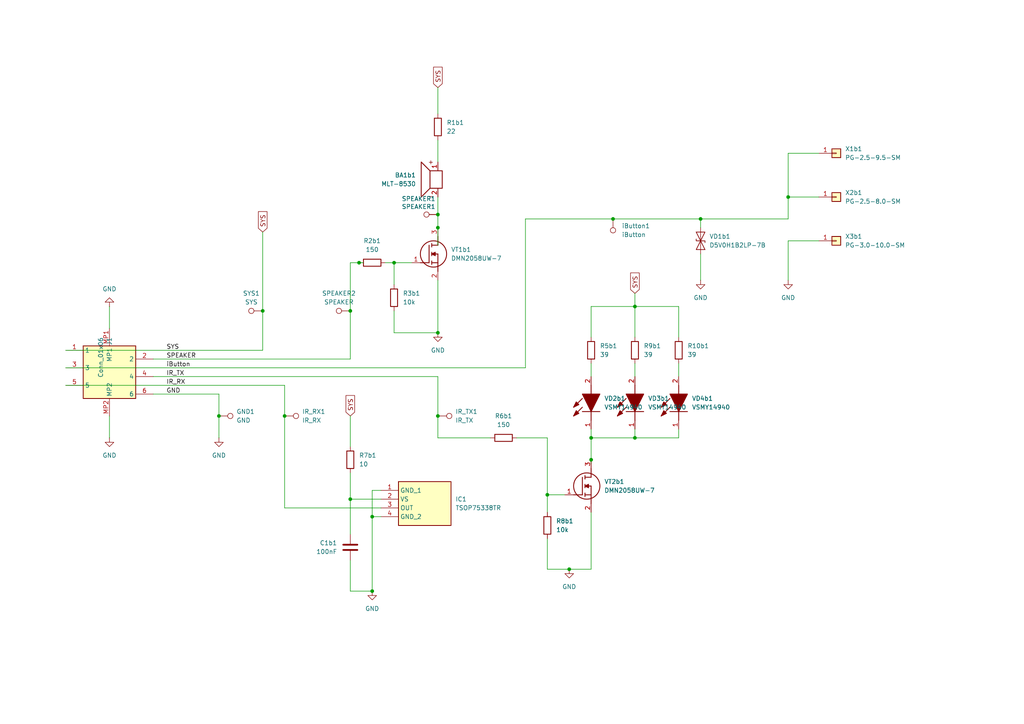
<source format=kicad_sch>
(kicad_sch (version 20231120) (generator "eeschema") (generator_version "8.0")
  (paper "A4")
  (lib_symbols
    (symbol "Connector:TestPoint" (pin_numbers hide) (pin_names (offset 0.762) hide)
      (property "Reference" "TP" (at 0 6.858 0))
      (property "Value" "TestPoint" (at 0 5.08 0))
      (symbol "TestPoint_0_1"
        (circle (center 0 3.302) (radius 0.762))
      )
      (symbol "TestPoint_1_1"
        (pin passive line (at 0 0 90) (length 2.54) (name "1") (number "1"))
      )
    )
    (symbol "Connector_Generic:Conn_01x01" (pin_names (offset 1.016) hide)
      (property "Reference" "J" (at 0 2.54 0))
      (property "Value" "Conn_01x01" (at 0 -2.54 0))
      (symbol "Conn_01x01_1_1"
        (rectangle (start -1.27 0.127) (end 0 -0.127) (stroke (width 0.1524)))
        (rectangle (start -1.27 1.27) (end 1.27 -1.27) (stroke (width 0.254)) (fill (type background)))
        (pin passive line (at -5.08 0 0) (length 3.81) (name "Pin_1") (number "1"))
      )
    )
    (symbol "Device:C" (pin_numbers hide) (pin_names (offset 0.254))
      (property "Reference" "C" (at 0.635 2.54 0))
      (property "Value" "C" (at 0.635 -2.54 0))
      (symbol "C_0_1"
        (polyline (pts (xy -2.032 -0.762) (xy 2.032 -0.762)) (stroke (width 0.508)))
        (polyline (pts (xy -2.032 0.762) (xy 2.032 0.762)) (stroke (width 0.508)))
      )
      (symbol "C_1_1"
        (pin passive line (at 0 3.81 270) (length 2.794) (name "~") (number "1"))
        (pin passive line (at 0 -3.81 90) (length 2.794) (name "~") (number "2"))
      )
    )
    (symbol "Device:R" (pin_numbers hide) (pin_names (offset 0))
      (property "Reference" "R" (at 2.032 0 90))
      (property "Value" "R" (at 0 0 90))
      (symbol "R_0_1"
        (rectangle (start -1.016 -2.54) (end 1.016 2.54) (stroke (width 0.254)))
      )
      (symbol "R_1_1"
        (pin passive line (at 0 3.81 270) (length 1.27) (name "~") (number "1"))
        (pin passive line (at 0 -3.81 90) (length 1.27) (name "~") (number "2"))
      )
    )
    (symbol "Device:Speaker" (pin_names (offset 0) hide)
      (property "Reference" "BA1b1" (at 5.08 0.0001 0))
      (property "Value" "MLT-8530" (at 5.08 -2.5399 0))
      (symbol "Speaker_0_0"
        (rectangle (start -2.54 1.27) (end 1.016 -3.81) (stroke (width 0.254)))
        (polyline (pts (xy 1.016 1.27) (xy 3.556 3.81) (xy 3.556 -6.35) (xy 1.016 -3.81)) (stroke (width 0.254)))
      )
      (symbol "Speaker_1_1"
        (text "+" (at 0.762 3.81 0) (effects (font (size 1.27 1.27))))
        (text "-" (at 0.762 -6.096 0) (effects (font (size 1.27 1.27))))
        (pin input line (at -1.27 3.81 270) (length 2.54) (name "+") (number "1"))
        (pin input line (at -1.27 -6.35 90) (length 2.54) (name "-") (number "2"))
      )
    )
    (symbol "Diode:SD05_SOD323" (pin_numbers hide) (pin_names (offset 1.016) hide)
      (property "Reference" "D" (at 0 2.54 0))
      (property "Value" "SD05_SOD323" (at 0 -2.54 0))
      (symbol "SD05_SOD323_0_1"
        (polyline (pts (xy 1.27 0) (xy -1.27 0)))
        (polyline (pts (xy -2.54 -1.27) (xy 0 0) (xy -2.54 1.27) (xy -2.54 -1.27)) (stroke (width 0.2032)))
        (polyline (pts (xy 0.508 1.27) (xy 0 1.27) (xy 0 -1.27) (xy -0.508 -1.27)) (stroke (width 0.2032)))
        (polyline (pts (xy 2.54 1.27) (xy 2.54 -1.27) (xy 0 0) (xy 2.54 1.27)) (stroke (width 0.2032)))
      )
      (symbol "SD05_SOD323_1_1"
        (pin passive line (at -3.81 0 0) (length 2.54) (name "A1") (number "1"))
        (pin passive line (at 3.81 0 180) (length 2.54) (name "A2") (number "2"))
      )
    )
    (symbol "SamacSys_Parts:AFC11-S06ICC-00"
      (property "Reference" "J1" (at 2.54 0.0001 0))
      (property "Value" "Conn_01x06" (at 2.54 -2.5399 0))
      (symbol "AFC11-S06ICC-00_1_1"
        (rectangle (start 5.08 7.62) (end 20.32 -7.62) (stroke (width 0.254)) (fill (type background)))
        (pin passive line (at 6.35 -12.7 90) (length 5.08) (name "1") (number "1"))
        (pin passive line (at 8.89 12.7 270) (length 5.08) (name "2") (number "2"))
        (pin passive line (at 11.43 -12.7 90) (length 5.08) (name "3") (number "3"))
        (pin passive line (at 13.97 12.7 270) (length 5.08) (name "4") (number "4"))
        (pin passive line (at 16.51 -12.7 90) (length 5.08) (name "5") (number "5"))
        (pin passive line (at 19.05 12.7 270) (length 5.08) (name "6") (number "6"))
        (pin passive line (at 0 0 0) (length 5.08) (name "MP1") (number "MP1"))
        (pin passive line (at 25.4 0 180) (length 5.08) (name "MP2") (number "MP2"))
      )
    )
    (symbol "SamacSys_Parts:AO3400A" (pin_names hide)
      (property "Reference" "Q" (at 11.43 3.81 0))
      (property "Value" "AO3400A" (at 11.43 1.27 0))
      (symbol "AO3400A_1_1"
        (polyline (pts (xy 2.54 0) (xy 5.08 0)) (stroke (width 0.254)))
        (polyline (pts (xy 5.08 5.08) (xy 5.08 0)) (stroke (width 0.254)))
        (polyline (pts (xy 5.842 -0.508) (xy 5.842 0.508)) (stroke (width 0.254)))
        (polyline (pts (xy 5.842 0) (xy 7.62 0)) (stroke (width 0.254)))
        (polyline (pts (xy 5.842 2.032) (xy 5.842 3.048)) (stroke (width 0.254)))
        (polyline (pts (xy 5.842 5.588) (xy 5.842 4.572)) (stroke (width 0.254)))
        (polyline (pts (xy 7.62 2.54) (xy 5.842 2.54)) (stroke (width 0.254)))
        (polyline (pts (xy 7.62 2.54) (xy 7.62 -2.54)) (stroke (width 0.254)))
        (polyline (pts (xy 7.62 5.08) (xy 5.842 5.08)) (stroke (width 0.254)))
        (polyline (pts (xy 7.62 5.08) (xy 7.62 7.62)) (stroke (width 0.254)))
        (polyline (pts (xy 5.842 2.54) (xy 6.858 3.048) (xy 6.858 2.032) (xy 5.842 2.54)) (stroke (width 0.254)) (fill (type outline)))
        (circle (center 6.35 2.54) (radius 3.81) (stroke (width 0.254)))
        (pin passive line (at 0 0 0) (length 2.54) (name "G") (number "1"))
        (pin passive line (at 7.62 -5.08 90) (length 2.54) (name "S") (number "2"))
        (pin passive line (at 7.62 10.16 270) (length 2.54) (name "D") (number "3"))
      )
    )
    (symbol "SamacSys_Parts:TSOP75338TR"
      (property "Reference" "IC" (at 21.59 7.62 0))
      (property "Value" "TSOP75338TR" (at 21.59 5.08 0))
      (symbol "TSOP75338TR_1_1"
        (rectangle (start 5.08 2.54) (end 20.32 -10.16) (stroke (width 0.254)) (fill (type background)))
        (pin passive line (at 0 0 0) (length 5.08) (name "GND_1") (number "1"))
        (pin passive line (at 0 -2.54 0) (length 5.08) (name "VS") (number "2"))
        (pin passive line (at 0 -5.08 0) (length 5.08) (name "OUT") (number "3"))
        (pin passive line (at 0 -7.62 0) (length 5.08) (name "GND_2") (number "4"))
      )
    )
    (symbol "SamacSys_Parts:VSMY14940" (pin_names hide)
      (property "Reference" "LED" (at 12.7 8.89 0))
      (property "Value" "VSMY14940" (at 12.7 6.35 0))
      (symbol "VSMY14940_1_1"
        (polyline (pts (xy 2.54 0) (xy 5.08 0)) (stroke (width 0.254)))
        (polyline (pts (xy 5.08 2.54) (xy 5.08 -2.54)) (stroke (width 0.254)))
        (polyline (pts (xy 6.35 2.54) (xy 3.81 5.08)) (stroke (width 0.254)))
        (polyline (pts (xy 8.89 2.54) (xy 6.35 5.08)) (stroke (width 0.254)))
        (polyline (pts (xy 10.16 0) (xy 12.7 0)) (stroke (width 0.254)))
        (polyline (pts (xy 5.08 0) (xy 10.16 2.54) (xy 10.16 -2.54) (xy 5.08 0)) (stroke (width 0.254)) (fill (type outline)))
        (polyline (pts (xy 5.334 4.318) (xy 4.572 3.556) (xy 3.81 5.08) (xy 5.334 4.318)) (stroke (width 0.254)) (fill (type outline)))
        (polyline (pts (xy 7.874 4.318) (xy 7.112 3.556) (xy 6.35 5.08) (xy 7.874 4.318)) (stroke (width 0.254)) (fill (type outline)))
        (pin passive line (at 0 0 0) (length 2.54) (name "K") (number "1"))
        (pin passive line (at 15.24 0 180) (length 2.54) (name "A") (number "2"))
      )
    )
    (symbol "power:GND" (power) (pin_numbers hide) (pin_names (offset 0) hide)
      (property "Value" "GND" (at 0 -3.81 0))
      (symbol "GND_0_1"
        (polyline (pts (xy 0 0) (xy 0 -1.27) (xy 1.27 -1.27) (xy 0 -2.54) (xy -1.27 -1.27) (xy 0 -1.27)))
      )
      (symbol "GND_1_1"
        (pin power_in line (at 0 0 270) (length 0) (name "~") (number "1"))
      )
    )
  )
  (junction (at 165.1 165.1))
  (junction (at 107.95 149.86))
  (junction (at 63.5 120.65))
  (junction (at 184.15 127))
  (junction (at 171.45 127))
  (junction (at 184.15 88.9))
  (junction (at 177.8 63.5))
  (junction (at 101.6 90.17))
  (junction (at 203.2 63.5))
  (junction (at 228.6 57.15))
  (junction (at 107.95 171.45))
  (junction (at 104.14 76.2))
  (junction (at 158.75 143.51))
  (junction (at 114.3 76.2))
  (junction (at 127 62.23))
  (junction (at 127 96.52))
  (junction (at 76.2 90.17))
  (junction (at 127 66.04))
  (junction (at 127 120.65))
  (junction (at 101.6 144.78))
  (junction (at 171.45 133.35))
  (junction (at 82.55 120.65))
  (wire (pts (xy 127 62.23) (xy 127 66.04)))
  (wire (pts (xy 152.4 63.5) (xy 177.8 63.5)))
  (wire (pts (xy 19.05 106.68) (xy 152.4 106.68)))
  (wire (pts (xy 44.45 104.14) (xy 101.6 104.14)))
  (wire (pts (xy 228.6 44.45) (xy 228.6 57.15)))
  (wire (pts (xy 82.55 111.76) (xy 82.55 120.65)))
  (wire (pts (xy 107.95 142.24) (xy 107.95 149.86)))
  (wire (pts (xy 101.6 162.56) (xy 101.6 171.45)))
  (wire (pts (xy 127 57.15) (xy 127 62.23)))
  (wire (pts (xy 110.49 144.78) (xy 101.6 144.78)))
  (wire (pts (xy 76.2 67.31) (xy 76.2 90.17)))
  (wire (pts (xy 107.95 149.86) (xy 110.49 149.86)))
  (wire (pts (xy 196.85 127) (xy 184.15 127)))
  (wire (pts (xy 171.45 97.79) (xy 171.45 88.9)))
  (wire (pts (xy 63.5 120.65) (xy 63.5 114.3)))
  (wire (pts (xy 127 46.99) (xy 127 40.64)))
  (wire (pts (xy 228.6 57.15) (xy 237.49 57.15)))
  (wire (pts (xy 101.6 137.16) (xy 101.6 144.78)))
  (wire (pts (xy 196.85 105.41) (xy 196.85 109.22)))
  (wire (pts (xy 105.41 76.2) (xy 104.14 76.2)))
  (wire (pts (xy 158.75 143.51) (xy 163.83 143.51)))
  (wire (pts (xy 196.85 88.9) (xy 184.15 88.9)))
  (wire (pts (xy 114.3 96.52) (xy 127 96.52)))
  (wire (pts (xy 171.45 148.59) (xy 171.45 165.1)))
  (wire (pts (xy 127 81.28) (xy 127 96.52)))
  (wire (pts (xy 184.15 88.9) (xy 184.15 97.79)))
  (wire (pts (xy 158.75 143.51) (xy 158.75 148.59)))
  (wire (pts (xy 101.6 104.14) (xy 101.6 90.17)))
  (wire (pts (xy 237.49 69.85) (xy 228.6 69.85)))
  (wire (pts (xy 101.6 171.45) (xy 107.95 171.45)))
  (wire (pts (xy 114.3 76.2) (xy 114.3 82.55)))
  (wire (pts (xy 31.75 120.65) (xy 31.75 127)))
  (wire (pts (xy 44.45 109.22) (xy 127 109.22)))
  (wire (pts (xy 31.75 88.9) (xy 31.75 95.25)))
  (wire (pts (xy 171.45 127) (xy 184.15 127)))
  (wire (pts (xy 171.45 127) (xy 171.45 133.35)))
  (wire (pts (xy 184.15 85.09) (xy 184.15 88.9)))
  (wire (pts (xy 196.85 124.46) (xy 196.85 127)))
  (wire (pts (xy 177.8 63.5) (xy 203.2 63.5)))
  (wire (pts (xy 114.3 96.52) (xy 114.3 90.17)))
  (wire (pts (xy 203.2 63.5) (xy 203.2 66.04)))
  (wire (pts (xy 107.95 149.86) (xy 107.95 171.45)))
  (wire (pts (xy 110.49 142.24) (xy 107.95 142.24)))
  (wire (pts (xy 127 109.22) (xy 127 120.65)))
  (wire (pts (xy 82.55 120.65) (xy 82.55 147.32)))
  (wire (pts (xy 114.3 76.2) (xy 119.38 76.2)))
  (wire (pts (xy 63.5 127) (xy 63.5 120.65)))
  (wire (pts (xy 184.15 105.41) (xy 184.15 109.22)))
  (wire (pts (xy 171.45 124.46) (xy 171.45 127)))
  (wire (pts (xy 127 25.4) (xy 127 33.02)))
  (wire (pts (xy 184.15 124.46) (xy 184.15 127)))
  (wire (pts (xy 171.45 165.1) (xy 165.1 165.1)))
  (wire (pts (xy 44.45 114.3) (xy 63.5 114.3)))
  (wire (pts (xy 152.4 106.68) (xy 152.4 63.5)))
  (wire (pts (xy 171.45 133.35) (xy 171.45 134.62)))
  (wire (pts (xy 101.6 120.65) (xy 101.6 129.54)))
  (wire (pts (xy 101.6 76.2) (xy 104.14 76.2)))
  (wire (pts (xy 19.05 101.6) (xy 76.2 101.6)))
  (wire (pts (xy 111.76 76.2) (xy 114.3 76.2)))
  (wire (pts (xy 127 66.04) (xy 127 71.12)))
  (wire (pts (xy 76.2 101.6) (xy 76.2 90.17)))
  (wire (pts (xy 127 127) (xy 142.24 127)))
  (wire (pts (xy 19.05 111.76) (xy 82.55 111.76)))
  (wire (pts (xy 127 120.65) (xy 127 127)))
  (wire (pts (xy 158.75 127) (xy 149.86 127)))
  (wire (pts (xy 158.75 156.21) (xy 158.75 165.1)))
  (wire (pts (xy 158.75 127) (xy 158.75 143.51)))
  (wire (pts (xy 101.6 90.17) (xy 101.6 76.2)))
  (wire (pts (xy 228.6 44.45) (xy 237.49 44.45)))
  (wire (pts (xy 171.45 88.9) (xy 184.15 88.9)))
  (wire (pts (xy 158.75 165.1) (xy 165.1 165.1)))
  (wire (pts (xy 228.6 69.85) (xy 228.6 81.28)))
  (wire (pts (xy 228.6 63.5) (xy 228.6 57.15)))
  (wire (pts (xy 101.6 144.78) (xy 101.6 154.94)))
  (wire (pts (xy 171.45 105.41) (xy 171.45 109.22)))
  (wire (pts (xy 196.85 97.79) (xy 196.85 88.9)))
  (wire (pts (xy 203.2 73.66) (xy 203.2 81.28)))
  (wire (pts (xy 82.55 147.32) (xy 110.49 147.32)))
  (wire (pts (xy 203.2 63.5) (xy 228.6 63.5)))
  (label "IR_TX" (at 48.26 109.22 0))
  (label "SPEAKER" (at 48.26 104.14 0))
  (label "IR_RX" (at 48.26 111.76 0))
  (label "GND" (at 48.26 114.3 0))
  (label "SYS" (at 48.26 101.6 0))
  (label "iButton" (at 48.26 106.68 0))
  (global_label "SYS" (shape input) (at 101.6 120.65 90) (property "Intersheetrefs" "${INTERSHEET_REFS}" (effects (hide yes))))
  (global_label "SYS" (shape input) (at 184.15 85.09 90) (property "Intersheetrefs" "${INTERSHEET_REFS}" (effects (hide yes))))
  (global_label "SYS" (shape input) (at 127 25.4 90) (property "Intersheetrefs" "${INTERSHEET_REFS}" (effects (hide yes))))
  (global_label "SYS" (shape input) (at 76.2 67.31 90) (property "Intersheetrefs" "${INTERSHEET_REFS}" (effects (hide yes))))
  (symbol (lib_id "power:GND") (at 31.75 88.9 180) (unit 1)
    (property "Reference" "#PWR08" (effects (hide yes)))
    (property "Value" "GND" (at 31.75 83.82 0))
    (property "Description" "Power symbol creates a global label with name \"GND\" , ground" (effects (hide yes)))
  )
  (symbol (lib_id "power:GND") (at 63.5 127 0) (unit 1)
    (property "Reference" "#PWR04" (effects (hide yes)))
    (property "Value" "GND" (at 63.5 132.08 0))
    (property "Description" "Power symbol creates a global label with name \"GND\" , ground" (effects (hide yes)))
  )
  (symbol (lib_id "SamacSys_Parts:VSMY14940") (at 196.85 124.46 90) (unit 1)
    (property "Reference" "VD4b1" (at 200.66 115.5699 90) (effects (justify right)))
    (property "Value" "VSMY14940" (at 200.66 118.1099 90) (effects (justify right)))
    (property "Footprint" "SamacSys_Parts:LEDC3012X261N" (effects (hide yes)))
    (property "Datasheet" "https://datasheet.datasheetarchive.com/originals/distributors/Datasheets-DGA2/206314.pdf" (effects (hide yes)))
    (property "Description" "IR LED 940nm 90mW/sr 9deg Side-View SMD" (effects (hide yes)))
    (property "Height" "2.61" (effects (hide yes)))
    (property "Manufacturer_Name" "Vishay" (effects (hide yes)))
    (property "Manufacturer_Part_Number" "VSMY14940" (effects (hide yes)))
    (property "Mouser Part Number" "782-VSMY14940" (effects (hide yes)))
    (property "Mouser Price/Stock" "https://www.mouser.co.uk/ProductDetail/Vishay-Semiconductors/VSMY14940?qs=9WVFMhxtvWBVEeVQIIO50g%3D%3D" (effects (hide yes)))
    (property "Arrow Part Number" "VSMY14940" (effects (hide yes)))
    (property "Arrow Price/Stock" "https://www.arrow.com/en/products/vsmy14940/vishay?region=nac" (effects (hide yes)))
  )
  (symbol (lib_id "SamacSys_Parts:TSOP75338TR") (at 110.49 142.24 0) (unit 1)
    (property "Reference" "IC1" (at 132.08 144.7799 0) (effects (justify left)))
    (property "Value" "TSOP75338TR" (at 132.08 147.3199 0) (effects (justify left)))
    (property "Footprint" "SamacSys_Parts:TSOP75338TR" (effects (hide yes)))
    (property "Datasheet" "http://www.vishay.com/docs/82495/tsop753.pdf" (effects (hide yes)))
    (property "Description" "Vishay TSOP75338TR, 38kHz IR Receiver, 950nm +/-50 , 45m Range, 2.5V - 5V, SMT, 6.8 x 3 x 3.2mm" (effects (hide yes)))
    (property "Height" "3.35" (effects (hide yes)))
    (property "Manufacturer_Name" "Vishay" (effects (hide yes)))
    (property "Manufacturer_Part_Number" "TSOP75338TR" (effects (hide yes)))
    (property "Mouser Part Number" "78-TSOP75338TR" (effects (hide yes)))
    (property "Mouser Price/Stock" "https://www.mouser.co.uk/ProductDetail/Vishay-Semiconductors/TSOP75338TR?qs=OZzrG8p9eNh0IrZXKXgo8Q%3D%3D" (effects (hide yes)))
    (property "Arrow Part Number" "TSOP75338TR" (effects (hide yes)))
    (property "Arrow Price/Stock" "https://www.arrow.com/en/products/tsop75338tr/vishay?utm_currency=USD&region=nac" (effects (hide yes)))
  )
  (symbol (lib_id "Device:R") (at 196.85 101.6 0) (unit 1)
    (property "Reference" "R10b1" (at 199.39 100.3299 0) (effects (justify left)))
    (property "Value" "39" (at 199.39 102.8699 0) (effects (justify left)))
    (property "Footprint" "Resistor_SMD:R_0402_1005Metric" (effects (hide yes)))
    (property "Description" "Resistor" (effects (hide yes)))
  )
  (symbol (lib_id "Connector_Generic:Conn_01x01") (at 242.57 57.15 0) (unit 1)
    (property "Reference" "X2b1" (at 245.11 55.8799 0) (effects (justify left)))
    (property "Value" "PG-2.5-8.0-SM" (at 245.11 58.4199 0) (effects (justify left)))
    (property "Footprint" "TestPoint:TestPoint_Pad_D2.0mm" (effects (hide yes)))
    (property "Description" "Generic connector, single row, 01x01, script generated (kicad-library-utils/schlib/autogen/connector/)" (effects (hide yes)))
  )
  (symbol (lib_id "SamacSys_Parts:VSMY14940") (at 171.45 124.46 90) (unit 1)
    (property "Reference" "VD2b1" (at 175.26 115.5699 90) (effects (justify right)))
    (property "Value" "VSMY14940" (at 175.26 118.1099 90) (effects (justify right)))
    (property "Footprint" "SamacSys_Parts:LEDC3012X261N" (effects (hide yes)))
    (property "Datasheet" "https://datasheet.datasheetarchive.com/originals/distributors/Datasheets-DGA2/206314.pdf" (effects (hide yes)))
    (property "Description" "IR LED 940nm 90mW/sr 9deg Side-View SMD" (effects (hide yes)))
    (property "Height" "2.61" (effects (hide yes)))
    (property "Manufacturer_Name" "Vishay" (effects (hide yes)))
    (property "Manufacturer_Part_Number" "VSMY14940" (effects (hide yes)))
    (property "Mouser Part Number" "782-VSMY14940" (effects (hide yes)))
    (property "Mouser Price/Stock" "https://www.mouser.co.uk/ProductDetail/Vishay-Semiconductors/VSMY14940?qs=9WVFMhxtvWBVEeVQIIO50g%3D%3D" (effects (hide yes)))
    (property "Arrow Part Number" "VSMY14940" (effects (hide yes)))
    (property "Arrow Price/Stock" "https://www.arrow.com/en/products/vsmy14940/vishay?region=nac" (effects (hide yes)))
  )
  (symbol (lib_id "Connector:TestPoint") (at 63.5 120.65 270) (unit 1) (in_bom no)
    (property "Reference" "GND1" (at 68.58 119.3799 90) (effects (justify left)))
    (property "Value" "GND" (at 68.58 121.9199 90) (effects (justify left)))
    (property "Footprint" "TestPoint:TestPoint_Pad_D1.0mm" (effects (hide yes)))
    (property "Description" "test point" (effects (hide yes)))
  )
  (symbol (lib_id "Connector:TestPoint") (at 177.8 63.5 180) (unit 1) (in_bom no)
    (property "Reference" "iButton1" (at 180.34 65.5319 0) (effects (justify right)))
    (property "Value" "iButton" (at 180.34 68.0719 0) (effects (justify right)))
    (property "Footprint" "TestPoint:TestPoint_Pad_D1.0mm" (effects (hide yes)))
    (property "Description" "test point" (effects (hide yes)))
  )
  (symbol (lib_id "Connector:TestPoint") (at 127 62.23 90) (unit 1) (in_bom no)
    (property "Reference" "SPEAKER1" (at 121.412 57.658 90))
    (property "Value" "SPEAKER1" (at 121.412 59.944 90))
    (property "Footprint" "TestPoint:TestPoint_Pad_D1.0mm" (effects (hide yes)))
    (property "Description" "test point" (effects (hide yes)))
  )
  (symbol (lib_id "Device:R") (at 171.45 101.6 0) (unit 1)
    (property "Reference" "R5b1" (at 173.99 100.3299 0) (effects (justify left)))
    (property "Value" "39" (at 173.99 102.8699 0) (effects (justify left)))
    (property "Footprint" "Resistor_SMD:R_0402_1005Metric" (effects (hide yes)))
    (property "Description" "Resistor" (effects (hide yes)))
  )
  (symbol (lib_id "Connector_Generic:Conn_01x01") (at 242.57 44.45 0) (unit 1)
    (property "Reference" "X1b1" (at 245.11 43.1799 0) (effects (justify left)))
    (property "Value" "PG-2.5-9.5-SM" (at 245.11 45.7199 0) (effects (justify left)))
    (property "Footprint" "TestPoint:TestPoint_Pad_D2.0mm" (effects (hide yes)))
    (property "Description" "Generic connector, single row, 01x01, script generated (kicad-library-utils/schlib/autogen/connector/)" (effects (hide yes)))
  )
  (symbol (lib_id "Diode:SD05_SOD323") (at 203.2 69.85 90) (unit 1)
    (property "Reference" "VD1b1" (at 205.74 68.5799 90) (effects (justify right)))
    (property "Value" "D5V0H1B2LP-7B" (at 205.74 71.1199 90) (effects (justify right)))
    (property "Footprint" "Library:D5V0H1B2LP7B" (effects (hide yes)))
    (property "Datasheet" "https://www.littelfuse.com/~/media/electronics/datasheets/tvs_diode_arrays/littelfuse_tvs_diode_array_sd_c_datasheet.pdf.pdf" (effects (hide yes)))
    (property "Description" "5V, 450W Discrete Bidirectional TVS Diode, SOD-323" (effects (hide yes)))
  )
  (symbol (lib_id "Connector:TestPoint") (at 101.6 90.17 90) (unit 1) (in_bom no)
    (property "Reference" "SPEAKER2" (at 98.298 85.09 90))
    (property "Value" "SPEAKER" (at 98.298 87.63 90))
    (property "Footprint" "TestPoint:TestPoint_Pad_D1.0mm" (effects (hide yes)))
    (property "Description" "test point" (effects (hide yes)))
  )
  (symbol (lib_id "SamacSys_Parts:AO3400A") (at 119.38 76.2 0) (unit 1)
    (property "Reference" "VT1b1" (at 130.81 72.3899 0) (effects (justify left)))
    (property "Value" "DMN2058UW-7" (at 130.81 74.9299 0) (effects (justify left)))
    (property "Footprint" "Library:SOT65P210X110-3N" (effects (hide yes)))
    (property "Datasheet" "http://aosmd.com/res/data_sheets/AO3400A.pdf" (effects (hide yes)))
    (property "Description" "30V N-Channel MOSFET" (effects (hide yes)))
    (property "Height" "1.25" (effects (hide yes)))
    (property "Manufacturer_Name" "Alpha & Omega Semiconductors" (effects (hide yes)))
    (property "Manufacturer_Part_Number" "AO3400A" (effects (hide yes)))
  )
  (symbol (lib_id "power:GND") (at 203.2 81.28 0) (unit 1)
    (property "Reference" "#PWR02" (effects (hide yes)))
    (property "Value" "GND" (at 203.2 86.36 0))
    (property "Description" "Power symbol creates a global label with name \"GND\" , ground" (effects (hide yes)))
  )
  (symbol (lib_id "SamacSys_Parts:VSMY14940") (at 184.15 124.46 90) (unit 1)
    (property "Reference" "VD3b1" (at 187.96 115.5699 90) (effects (justify right)))
    (property "Value" "VSMY14940" (at 187.96 118.1099 90) (effects (justify right)))
    (property "Footprint" "SamacSys_Parts:LEDC3012X261N" (effects (hide yes)))
    (property "Datasheet" "https://datasheet.datasheetarchive.com/originals/distributors/Datasheets-DGA2/206314.pdf" (effects (hide yes)))
    (property "Description" "IR LED 940nm 90mW/sr 9deg Side-View SMD" (effects (hide yes)))
    (property "Height" "2.61" (effects (hide yes)))
    (property "Manufacturer_Name" "Vishay" (effects (hide yes)))
    (property "Manufacturer_Part_Number" "VSMY14940" (effects (hide yes)))
    (property "Mouser Part Number" "782-VSMY14940" (effects (hide yes)))
    (property "Mouser Price/Stock" "https://www.mouser.co.uk/ProductDetail/Vishay-Semiconductors/VSMY14940?qs=9WVFMhxtvWBVEeVQIIO50g%3D%3D" (effects (hide yes)))
    (property "Arrow Part Number" "VSMY14940" (effects (hide yes)))
    (property "Arrow Price/Stock" "https://www.arrow.com/en/products/vsmy14940/vishay?region=nac" (effects (hide yes)))
  )
  (symbol (lib_id "SamacSys_Parts:AO3400A") (at 163.83 143.51 0) (unit 1)
    (property "Reference" "VT2b1" (at 175.26 139.6999 0) (effects (justify left)))
    (property "Value" "DMN2058UW-7" (at 175.26 142.2399 0) (effects (justify left)))
    (property "Footprint" "Library:SOT65P210X110-3N" (effects (hide yes)))
    (property "Datasheet" "http://aosmd.com/res/data_sheets/AO3400A.pdf" (effects (hide yes)))
    (property "Description" "30V N-Channel MOSFET" (effects (hide yes)))
    (property "Height" "1.25" (effects (hide yes)))
    (property "Manufacturer_Name" "Alpha & Omega Semiconductors" (effects (hide yes)))
    (property "Manufacturer_Part_Number" "AO3400A" (effects (hide yes)))
  )
  (symbol (lib_id "power:GND") (at 107.95 171.45 0) (unit 1)
    (property "Reference" "#PWR05" (effects (hide yes)))
    (property "Value" "GND" (at 107.95 176.53 0))
    (property "Description" "Power symbol creates a global label with name \"GND\" , ground" (effects (hide yes)))
  )
  (symbol (lib_id "power:GND") (at 127 96.52 0) (unit 1)
    (property "Reference" "#PWR01" (effects (hide yes)))
    (property "Value" "GND" (at 127 101.6 0))
    (property "Description" "Power symbol creates a global label with name \"GND\" , ground" (effects (hide yes)))
  )
  (symbol (lib_id "Device:R") (at 158.75 152.4 0) (unit 1)
    (property "Reference" "R8b1" (at 161.29 151.1299 0) (effects (justify left)))
    (property "Value" "10k" (at 161.29 153.6699 0) (effects (justify left)))
    (property "Footprint" "Resistor_SMD:R_0402_1005Metric" (effects (hide yes)))
    (property "Description" "Resistor" (effects (hide yes)))
  )
  (symbol (lib_id "Device:R") (at 114.3 86.36 0) (unit 1)
    (property "Reference" "R3b1" (at 116.84 85.0899 0) (effects (justify left)))
    (property "Value" "10k" (at 116.84 87.6299 0) (effects (justify left)))
    (property "Footprint" "Resistor_SMD:R_0402_1005Metric" (effects (hide yes)))
    (property "Description" "Resistor" (effects (hide yes)))
  )
  (symbol (lib_id "SamacSys_Parts:AFC11-S06ICC-00") (at 31.75 95.25 270) (unit 1)
    (property "Reference" "J1" (at 31.7501 97.79 0) (effects (justify left)))
    (property "Value" "Conn_01x06" (at 29.2101 97.79 0) (effects (justify left)))
    (property "Footprint" "SamacSys_Parts:AFC11S06ICC00" (effects (hide yes)))
    (property "Datasheet" "https://datasheet.lcsc.com/szlcsc/1808101733_JUSHUO-AFC11-S06ICC-00_C262300.pdf" (effects (hide yes)))
    (property "Description" "0.5Pitch H=4.4&4.95 FPC ZIF S/A Normal Type3 SMT CONN." (effects (hide yes)))
    (property "Height" "5.65" (effects (hide yes)))
    (property "Manufacturer_Name" "JUSHUO" (effects (hide yes)))
    (property "Manufacturer_Part_Number" "AFC11-S06ICC-00" (effects (hide yes)))
  )
  (symbol (lib_id "Connector_Generic:Conn_01x01") (at 242.57 69.85 0) (unit 1)
    (property "Reference" "X3b1" (at 245.11 68.5799 0) (effects (justify left)))
    (property "Value" "PG-3.0-10.0-SM" (at 245.11 71.1199 0) (effects (justify left)))
    (property "Footprint" "TestPoint:TestPoint_Pad_D2.0mm" (effects (hide yes)))
    (property "Description" "Generic connector, single row, 01x01, script generated (kicad-library-utils/schlib/autogen/connector/)" (effects (hide yes)))
  )
  (symbol (lib_id "Device:R") (at 184.15 101.6 0) (unit 1)
    (property "Reference" "R9b1" (at 186.69 100.3299 0) (effects (justify left)))
    (property "Value" "39" (at 186.69 102.8699 0) (effects (justify left)))
    (property "Footprint" "Resistor_SMD:R_0402_1005Metric" (effects (hide yes)))
    (property "Description" "Resistor" (effects (hide yes)))
  )
  (symbol (lib_id "Device:R") (at 127 36.83 0) (unit 1)
    (property "Reference" "R1b1" (at 129.54 35.5599 0) (effects (justify left)))
    (property "Value" "22" (at 129.54 38.0999 0) (effects (justify left)))
    (property "Footprint" "Resistor_SMD:R_0402_1005Metric" (effects (hide yes)))
    (property "Description" "Resistor" (effects (hide yes)))
  )
  (symbol (lib_id "Connector:TestPoint") (at 82.55 120.65 270) (unit 1) (in_bom no)
    (property "Reference" "IR_RX1" (at 87.63 119.3799 90) (effects (justify left)))
    (property "Value" "IR_RX" (at 87.63 121.9199 90) (effects (justify left)))
    (property "Footprint" "TestPoint:TestPoint_Pad_D1.0mm" (effects (hide yes)))
    (property "Description" "test point" (effects (hide yes)))
  )
  (symbol (lib_id "Device:R") (at 107.95 76.2 270) (unit 1)
    (property "Reference" "R2b1" (at 107.95 69.85 90))
    (property "Value" "150" (at 107.95 72.39 90))
    (property "Footprint" "Resistor_SMD:R_0402_1005Metric" (effects (hide yes)))
    (property "Description" "Resistor" (effects (hide yes)))
  )
  (symbol (lib_id "Device:R") (at 146.05 127 90) (unit 1)
    (property "Reference" "R6b1" (at 146.05 120.65 90))
    (property "Value" "150" (at 146.05 123.19 90))
    (property "Footprint" "Resistor_SMD:R_0402_1005Metric" (effects (hide yes)))
    (property "Description" "Resistor" (effects (hide yes)))
  )
  (symbol (lib_id "power:GND") (at 228.6 81.28 0) (unit 1)
    (property "Reference" "#PWR03" (effects (hide yes)))
    (property "Value" "GND" (at 228.6 86.36 0))
    (property "Description" "Power symbol creates a global label with name \"GND\" , ground" (effects (hide yes)))
  )
  (symbol (lib_id "Connector:TestPoint") (at 127 120.65 270) (unit 1) (in_bom no)
    (property "Reference" "IR_TX1" (at 132.08 119.3799 90) (effects (justify left)))
    (property "Value" "IR_TX" (at 132.08 121.9199 90) (effects (justify left)))
    (property "Footprint" "TestPoint:TestPoint_Pad_D1.0mm" (effects (hide yes)))
    (property "Description" "test point" (effects (hide yes)))
  )
  (symbol (lib_id "Device:Speaker") (at 125.73 50.8 0) (mirror y) (unit 1)
    (property "Reference" "BA1b1" (at 120.65 50.7999 0) (effects (justify left)))
    (property "Value" "MLT-8530" (at 120.65 53.3399 0) (effects (justify left)))
    (property "Footprint" "Library:MLT8530" (effects (hide yes)))
    (property "Description" "Speaker" (effects (hide yes)))
  )
  (symbol (lib_id "power:GND") (at 31.75 127 0) (unit 1)
    (property "Reference" "#PWR07" (effects (hide yes)))
    (property "Value" "GND" (at 31.75 132.08 0))
    (property "Description" "Power symbol creates a global label with name \"GND\" , ground" (effects (hide yes)))
  )
  (symbol (lib_id "power:GND") (at 165.1 165.1 0) (unit 1)
    (property "Reference" "#PWR06" (effects (hide yes)))
    (property "Value" "GND" (at 165.1 170.18 0))
    (property "Description" "Power symbol creates a global label with name \"GND\" , ground" (effects (hide yes)))
  )
  (symbol (lib_id "Device:C") (at 101.6 158.75 0) (mirror y) (unit 1)
    (property "Reference" "C1b1" (at 97.79 157.4799 0) (effects (justify left)))
    (property "Value" "100nF" (at 97.79 160.0199 0) (effects (justify left)))
    (property "Footprint" "Capacitor_SMD:C_0402_1005Metric" (effects (hide yes)))
    (property "Description" "Unpolarized capacitor" (effects (hide yes)))
  )
  (symbol (lib_id "Device:R") (at 101.6 133.35 0) (unit 1)
    (property "Reference" "R7b1" (at 104.14 132.0799 0) (effects (justify left)))
    (property "Value" "10" (at 104.14 134.6199 0) (effects (justify left)))
    (property "Footprint" "Resistor_SMD:R_0402_1005Metric" (effects (hide yes)))
    (property "Description" "Resistor" (effects (hide yes)))
  )
  (symbol (lib_id "Connector:TestPoint") (at 76.2 90.17 90) (unit 1) (in_bom no)
    (property "Reference" "SYS1" (at 72.898 85.09 90))
    (property "Value" "SYS" (at 72.898 87.63 90))
    (property "Footprint" "TestPoint:TestPoint_Pad_D1.0mm" (effects (hide yes)))
    (property "Description" "test point" (effects (hide yes)))
  )
)
</source>
